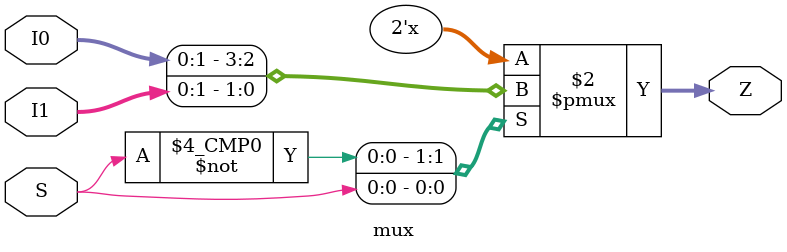
<source format=v>
module mux(I0, I1, S, Z);
  input [0:1] I0;
  input [0:1] I1;
  input S;
  output [0:1] Z;
  reg [0:1] Z;

  always @(I0, I1, S)
  begin
    case (S)
      0: Z = I0;
      1: Z = I1; 
    endcase
  end
endmodule

</source>
